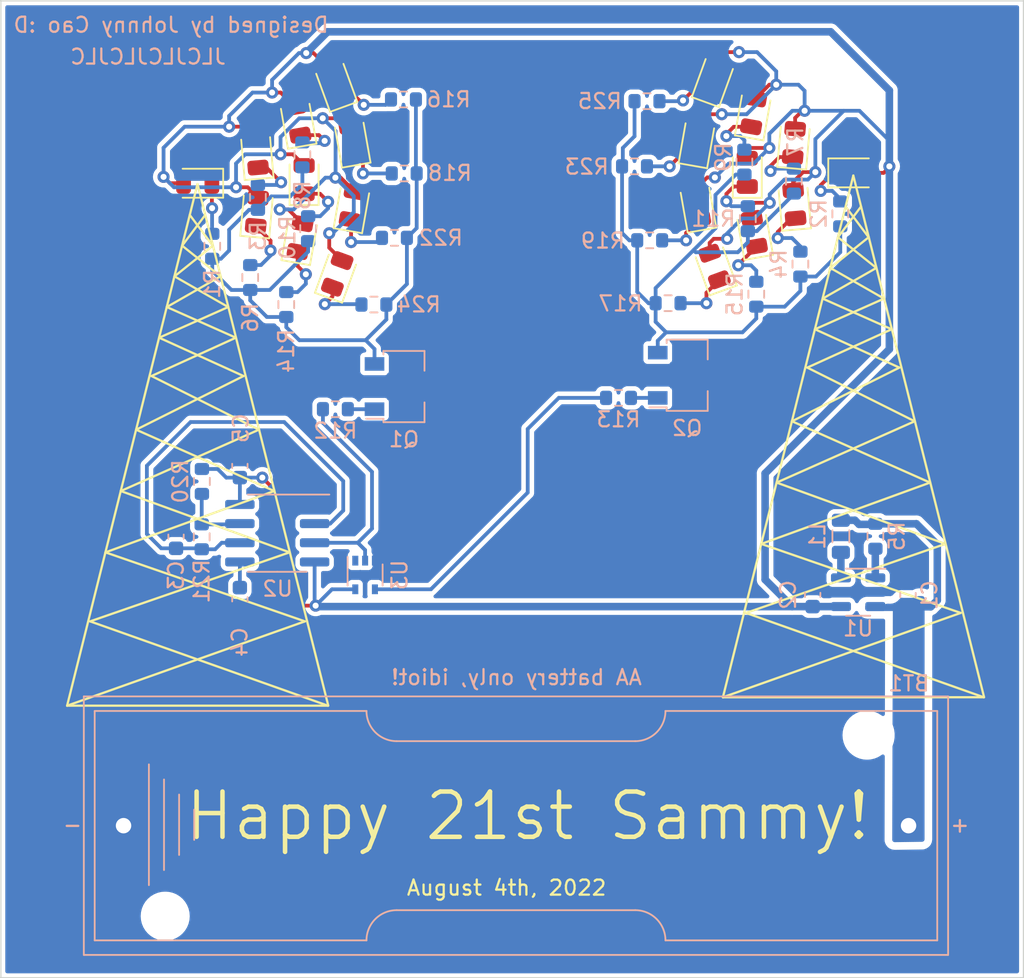
<source format=kicad_pcb>
(kicad_pcb (version 20211014) (generator pcbnew)
  (title_block (title "Sam Bday 21 PCB") (date "2022-07-30") (rev "v1") (company "J. Cao"))
  (layers (0 "F.Cu" signal) (31 "B.Cu" signal) (34 "B.Paste" user) (35 "F.Paste" user) (36 "B.SilkS" user "B.Silkscreen") (37 "F.SilkS" user "F.Silkscreen") (38 "B.Mask" user) (39 "F.Mask" user) (44 "Edge.Cuts" user))
  (net 0 "")
  (net 1 "GND")
  (net 2 "Net-(BT1-Pad1)")
  (net 3 "+5V")
  (net 4 "Net-(D1-Pad1)")
  (net 5 "Net-(D2-Pad1)")
  (net 6 "Net-(D3-Pad1)")
  (net 7 "Net-(D4-Pad1)")
  (net 8 "Net-(D5-Pad1)")
  (net 9 "Net-(D6-Pad1)")
  (net 10 "Net-(D7-Pad1)")
  (net 11 "Net-(D8-Pad1)")
  (net 12 "Net-(D9-Pad1)")
  (net 13 "Net-(D10-Pad1)")
  (net 14 "Net-(D11-Pad1)")
  (net 15 "Net-(D12-Pad1)")
  (net 16 "Net-(D13-Pad1)")
  (net 17 "Net-(D14-Pad1)")
  (net 18 "Net-(D15-Pad1)")
  (net 19 "Net-(D16-Pad1)")
  (net 20 "Net-(D17-Pad1)")
  (net 21 "Net-(D18-Pad1)")
  (net 22 "Net-(D19-Pad1)")
  (net 23 "Net-(D20-Pad1)")
  (net 24 "Net-(Q1-Pad1)")
  (net 25 "Net-(Q1-Pad3)")
  (net 26 "Net-(Q2-Pad1)")
  (net 27 "Net-(Q2-Pad3)")
  (net 28 "LED_L")
  (net 29 "LED_R")
  (net 30 "/THR")
  (net 31 "/CV")
  (net 32 "/LX")
  (net 33 "/CE")
  (net 34 "/DIS")
  (footprint "LED_SMD:LED_0805_2012Metric" (layer "F.Cu") (at 122.188505 65.383443 100)
    (fp_text reference "D7" hide)
    (fp_text value "QBLP631-IW")
  )
  (footprint "LED_SMD:LED_0805_2012Metric" (layer "F.Cu") (at 155.0439 66.8274 85)
    (fp_text reference "D6" hide)
    (fp_text value "QBLP631-IW")
  )
  (footprint "LED_SMD:LED_0805_2012Metric" (layer "F.Cu") (at 151.954656 68.775162 90)
    (fp_text reference "D10" hide)
    (fp_text value "QBLP631-IW")
  )
  (footprint "LED_SMD:LED_0805_2012Metric" (layer "F.Cu") (at 152.422251 72.748719 100)
    (fp_text reference "D12" hide)
    (fp_text value "QBLP631-IW")
  )
  (footprint "LED_SMD:LED_0805_2012Metric" (layer "F.Cu") (at 149.7861 75.015524 110)
    (fp_text reference "D14" hide)
    (fp_text value "QBLP631-IW")
  )
  (footprint "LED_SMD:LED_0805_2012Metric" (layer "F.Cu") (at 148.642261 66.675819 80)
    (fp_text reference "D18" hide)
    (fp_text value "QBLP631-IW")
  )
  (footprint "LED_SMD:LED_0805_2012Metric" (layer "F.Cu") (at 125.7935 70.9803 80)
    (fp_text reference "D17" hide)
    (fp_text value "QBLP631-IW")
  )
  (footprint "LED_SMD:LED_0805_2012Metric" (layer "F.Cu") (at 152.371451 64.831605 80)
    (fp_text reference "D8" hide)
    (fp_text value "QBLP631-IW")
  )
  (footprint "LED_SMD:LED_0805_2012Metric" (layer "F.Cu") (at 122.6053 69.2554 90)
    (fp_text reference "D9" hide)
    (fp_text value "QBLP631-IW")
  )
  (footprint "LED_SMD:LED_0805_2012Metric" (layer "F.Cu") (at 124.6505 62.8523 110)
    (fp_text reference "D13" hide)
    (fp_text value "QBLP631-IW")
  )
  (footprint "LED_SMD:LED_0805_2012Metric" (layer "F.Cu") (at 119.4811 71.3867 85)
    (fp_text reference "D5" hide)
    (fp_text value "QBLP631-IW")
  )
  (footprint "LED_SMD:LED_0805_2012Metric" (layer "F.Cu") (at 115.5596 69.4949 180)
    (fp_text reference "D1" hide)
    (fp_text value "EAST2012RA2")
  )
  (footprint "LED_SMD:LED_0805_2012Metric" (layer "F.Cu") (at 124.799256 75.5015 70)
    (fp_text reference "D19" hide)
    (fp_text value "QBLP631-IW")
  )
  (footprint "LED_SMD:LED_0805_2012Metric" (layer "F.Cu") (at 125.7681 66.6369 100)
    (fp_text reference "D15" hide)
    (fp_text value "QBLP631-IW")
  )
  (footprint "LED_SMD:LED_0805_2012Metric" (layer "F.Cu") (at 155.074809 70.885533 95)
    (fp_text reference "D4" hide)
    (fp_text value "QBLP631-IW")
  )
  (footprint "LED_SMD:LED_0805_2012Metric" (layer "F.Cu") (at 122.340905 73.097357 80)
    (fp_text reference "D11" hide)
    (fp_text value "QBLP631-IW")
  )
  (footprint "LED_SMD:LED_0805_2012Metric" (layer "F.Cu") (at 119.4811 67.5236 95)
    (fp_text reference "D3" hide)
    (fp_text value "QBLP631-IW")
  )
  (footprint "LED_SMD:LED_0805_2012Metric" (layer "F.Cu") (at 159.004 68.8086)
    (fp_text reference "D2" hide)
    (fp_text value "EAST2012RA2")
  )
  (footprint "LED_SMD:LED_0805_2012Metric" (layer "F.Cu") (at 148.663051 70.943019 100)
    (fp_text reference "D16" hide)
    (fp_text value "QBLP631-IW")
  )
  (footprint "LED_SMD:LED_0805_2012Metric" (layer "F.Cu") (at 149.7607 62.5348 70)
    (fp_text reference "D20" hide)
    (fp_text value "QBLP631-IW")
  )
  (footprint "Resistor_SMD:R_0603_1608Metric" (layer "B.Cu") (at 146.7104 77.4446 180)
    (fp_text reference "R17")
    (fp_text value "330R")
  )
  (footprint "Resistor_SMD:R_0603_1608Metric" (layer "B.Cu") (at 115.8364 89.2556 -90)
    (fp_text reference "R20")
    (fp_text value "1k")
  )
  (footprint "Inductor_SMD:L_0805_2012Metric" (layer "B.Cu") (at 158.154387 92.891219 -90)
    (fp_text reference "L1")
    (fp_text value "4.7u")
  )
  (footprint "Resistor_SMD:R_0603_1608Metric" (layer "B.Cu") (at 152.5524 76.8482 -90)
    (fp_text reference "R15")
    (fp_text value "330R")
  )
  (footprint "Package_TO_SOT_SMD:SOT-89-3" (layer "B.Cu") (at 147.6756 82.2198)
    (fp_text reference "Q2")
    (fp_text value "RE1C002UN")
  )
  (footprint "Resistor_SMD:R_0603_1608Metric" (layer "B.Cu") (at 151.9936 71.8434 -90)
    (fp_text reference "R11")
    (fp_text value "330R")
  )
  (footprint "Resistor_SMD:R_0603_1608Metric" (layer "B.Cu") (at 121.4247 77.5335 -90)
    (fp_text reference "R14")
    (fp_text value "330R")
  )
  (footprint "Resistor_SMD:R_0603_1608Metric" (layer "B.Cu") (at 145.4912 73.279 180)
    (fp_text reference "R19")
    (fp_text value "330R")
  )
  (footprint "Resistor_SMD:R_0603_1608Metric" (layer "B.Cu") (at 122.8725 72.5043 -90)
    (fp_text reference "R10")
    (fp_text value "330R")
  )
  (footprint "Capacitor_SMD:C_0603_1608Metric" (layer "B.Cu") (at 156.2862 96.774 90)
    (fp_text reference "C2")
    (fp_text value "10u")
  )
  (footprint "Capacitor_SMD:C_0603_1608Metric" (layer "B.Cu") (at 118.351 97.0664 -90)
    (fp_text reference "C4")
    (fp_text value "10u")
  )
  (footprint "Resistor_SMD:R_0603_1608Metric" (layer "B.Cu") (at 124.6759 84.4677)
    (fp_text reference "R12")
    (fp_text value "100")
  )
  (footprint "Capacitor_SMD:C_0603_1608Metric" (layer "B.Cu") (at 114.1222 92.9134 90)
    (fp_text reference "C3")
    (fp_text value "10u")
  )
  (footprint "Capacitor_SMD:C_0603_1608Metric" (layer "B.Cu") (at 118.351 88.2266 90)
    (fp_text reference "C5")
    (fp_text value "10u")
  )
  (footprint "Resistor_SMD:R_0603_1608Metric" (layer "B.Cu") (at 143.4276 83.7184)
    (fp_text reference "R13")
    (fp_text value "100R")
  )
  (footprint "Capacitor_SMD:C_0603_1608Metric" (layer "B.Cu") (at 162.599387 96.786119 90)
    (fp_text reference "C1")
    (fp_text value "10u")
  )
  (footprint "Resistor_SMD:R_0603_1608Metric" (layer "B.Cu") (at 119.0371 75.7423 -90)
    (fp_text reference "R6")
    (fp_text value "330R")
  )
  (footprint "Resistor_SMD:R_0603_1608Metric" (layer "B.Cu") (at 127.2281 77.5335)
    (fp_text reference "R24")
    (fp_text value "330R")
  )
  (footprint "Resistor_SMD:R_0603_1608Metric" (layer "B.Cu") (at 128.5875 73.1139)
    (fp_text reference "R22")
    (fp_text value "330R")
  )
  (footprint "Package_TO_SOT_SMD:SOT-353_SC-70-5" (layer "B.Cu") (at 126.6444 95.4532 -90)
    (fp_text reference "U3")
    (fp_text value "74AHC1GU04")
  )
  (footprint "Resistor_SMD:R_0603_1608Metric" (layer "B.Cu") (at 155.4734 74.8538 -90)
    (fp_text reference "R4")
    (fp_text value "330R")
  )
  (footprint "Resistor_SMD:R_0603_1608Metric" (layer "B.Cu") (at 119.5451 70.4337 -90)
    (fp_text reference "R3")
    (fp_text value "330R")
  )
  (footprint "Resistor_SMD:R_0603_1608Metric" (layer "B.Cu") (at 115.824 92.9264 -90)
    (fp_text reference "R21")
    (fp_text value "100k")
  )
  (footprint "Resistor_SMD:R_0603_1608Metric" (layer "B.Cu") (at 155.0416 69.3552 -90)
    (fp_text reference "R7")
    (fp_text value "330R")
  )
  (footprint "Resistor_SMD:R_0603_1608Metric" (layer "B.Cu") (at 160.440387 92.886919 -90)
    (fp_text reference "R5")
    (fp_text value "10k")
  )
  (footprint "Package_TO_SOT_SMD:SOT-89-3" (layer "B.Cu") (at 128.9177 82.9691)
    (fp_text reference "Q1")
    (fp_text value "RE1C002UN")
  )
  (footprint "Resistor_SMD:R_0603_1608Metric" (layer "B.Cu") (at 122.4915 67.6143 -90)
    (fp_text reference "R8")
    (fp_text value "330R")
  )
  (footprint "Resistor_SMD:R_0603_1608Metric" (layer "B.Cu") (at 129.1849 63.9445)
    (fp_text reference "R16")
    (fp_text value "330R")
  )
  (footprint "Resistor_SMD:R_0603_1608Metric" (layer "B.Cu") (at 158.115 71.5264 -90)
    (fp_text reference "R2")
    (fp_text value "600R")
  )
  (footprint "Battery:BatteryHolder_Keystone_2460_1xAA" (layer "B.Cu") (at 162.6362 112.0648 180)
    (fp_text reference "BT1")
    (fp_text value "Battery_Cell")
  )
  (footprint "Resistor_SMD:R_0603_1608Metric" (layer "B.Cu") (at 151.765 68.0974 -90)
    (fp_text reference "R9")
    (fp_text value "330R")
  )
  (footprint "Resistor_SMD:R_0603_1608Metric" (layer "B.Cu") (at 145.3134 64.0588 180)
    (fp_text reference "R25")
    (fp_text value "330R")
  )
  (footprint "Resistor_SMD:R_0603_1608Metric" (layer "B.Cu") (at 129.2357 68.8467)
    (fp_text reference "R18")
    (fp_text value "330R")
  )
  (footprint "Resistor_SMD:R_0603_1608Metric" (layer "B.Cu") (at 144.4874 68.3768 180)
    (fp_text reference "R23")
    (fp_text value "330R")
  )
  (footprint "Resistor_SMD:R_0603_1608Metric" (layer "B.Cu") (at 116.5225 73.6727 -90)
    (fp_text reference "R1")
    (fp_text value "600R")
  )
  (footprint "Package_SO:SOIC-8_3.9x4.9mm_P1.27mm" (layer "B.Cu") (at 120.826 92.6846 180)
    (fp_text reference "U2")
    (fp_text value "NE555D")
  )
  (footprint "Package_TO_SOT_SMD:SOT-23-5" (layer "B.Cu") (at 159.297387 96.595319 180)
    (fp_text reference "U1")
    (fp_text value "XC9141B50CMR-G")
  )
  (gr_line (start 120.6246 89.8906) (end 109.4486 93.9546) (layer "F.SilkS") (width 0.15))
  (gr_line (start 118.5926 82.2706) (end 111.4806 85.8266) (layer "F.SilkS") (width 0.15))
  (gr_line (start 115.0366 71.6026) (end 116.5606 73.6346) (layer "F.SilkS") (width 0.15))
  (gr_line (start 161.5186 79.1718) (end 156.9466 77.1398) (layer "F.SilkS") (width 0.15))
  (gr_line (start 109.4486 93.9546) (end 122.6566 98.5266) (layer "F.SilkS") (width 0.15))
  (gr_line (start 111.4806 85.8266) (end 120.6246 89.8906) (layer "F.SilkS") (width 0.15))
  (gr_line (start 153.8986 89.3318) (end 163.0426 85.2678) (layer "F.SilkS") (width 0.15))
  (gr_line (start 114.0206 75.6666) (end 116.5606 73.6346) (layer "F.SilkS") (width 0.15))
  (gr_line (start 165.0746 93.3958) (end 153.8986 89.3318) (layer "F.SilkS") (width 0.15))
  (gr_line (start 152.8826 93.3958) (end 166.0906 97.9678) (layer "F.SilkS") (width 0.15))
  (gr_line (start 156.4386 79.1718) (end 162.0266 81.7118) (layer "F.SilkS") (width 0.15))
  (gr_line (start 158.4706 71.0438) (end 159.9946 73.0758) (layer "F.SilkS") (width 0.15))
  (gr_line (start 166.0906 97.9678) (end 150.3426 103.5558) (layer "F.SilkS") (width 0.15))
  (gr_line (start 151.8666 97.9678) (end 165.0746 93.3958) (layer "F.SilkS") (width 0.15))
  (gr_line (start 150.3426 103.5558) (end 167.6146 103.5558) (layer "F.SilkS") (width 0.15))
  (gr_line (start 117.0686 75.6666) (end 114.5286 73.6346) (layer "F.SilkS") (width 0.15))
  (gr_line (start 114.0206 75.6666) (end 117.5766 77.6986) (layer "F.SilkS") (width 0.15))
  (gr_line (start 118.0846 79.7306) (end 113.5126 77.6986) (layer "F.SilkS") (width 0.15))
  (gr_line (start 162.0266 81.7118) (end 154.9146 85.2678) (layer "F.SilkS") (width 0.15))
  (gr_line (start 156.9466 77.1398) (end 160.5026 75.1078) (layer "F.SilkS") (width 0.15))
  (gr_line (start 121.6406 93.9546) (end 110.4646 89.8906) (layer "F.SilkS") (width 0.15))
  (gr_line (start 154.9146 85.2678) (end 164.0586 89.3318) (layer "F.SilkS") (width 0.15))
  (gr_line (start 157.4546 75.1078) (end 159.9946 73.0758) (layer "F.SilkS") (width 0.15))
  (gr_line (start 113.5126 77.6986) (end 117.0686 75.6666) (layer "F.SilkS") (width 0.15))
  (gr_line (start 110.4646 89.8906) (end 119.6086 85.8266) (layer "F.SilkS") (width 0.15))
  (gr_line (start 124.1806 104.1146) (end 108.4326 98.5266) (layer "F.SilkS") (width 0.15))
  (gr_line (start 161.0106 77.1398) (end 156.4386 79.1718) (layer "F.SilkS") (width 0.15))
  (gr_line (start 167.6146 103.5558) (end 151.8666 97.9678) (layer "F.SilkS") (width 0.15))
  (gr_line (start 106.9086 104.1146) (end 124.1806 104.1146) (layer "F.SilkS") (width 0.15))
  (gr_line (start 167.64 103.5558) (end 158.9786 68.9864) (layer "F.SilkS") (width 0.15))
  (gr_line (start 114.5286 73.6346) (end 116.0526 71.6026) (layer "F.SilkS") (width 0.15))
  (gr_line (start 115.5446 69.5452) (end 106.9086 104.1146) (layer "F.SilkS") (width 0.15))
  (gr_line (start 157.4546 75.1078) (end 161.0106 77.1398) (layer "F.SilkS") (width 0.15))
  (gr_line (start 163.0426 85.2678) (end 155.9306 81.7118) (layer "F.SilkS") (width 0.15))
  (gr_line (start 119.6086 85.8266) (end 112.4966 82.2706) (layer "F.SilkS") (width 0.15))
  (gr_line (start 164.0586 89.3318) (end 152.8826 93.3958) (layer "F.SilkS") (width 0.15))
  (gr_line (start 113.0046 79.7306) (end 118.5926 82.2706) (layer "F.SilkS") (width 0.15))
  (gr_line (start 160.5026 75.1078) (end 157.9626 73.0758) (layer "F.SilkS") (width 0.15))
  (gr_line (start 117.5766 77.6986) (end 113.0046 79.7306) (layer "F.SilkS") (width 0.15))
  (gr_line (start 124.206 104.1146) (end 115.5446 69.5452) (layer "F.SilkS") (width 0.15))
  (gr_line (start 122.6566 98.5266) (end 106.9086 104.1146) (layer "F.SilkS") (width 0.15))
  (gr_line (start 108.4326 98.5266) (end 121.6406 93.9546) (layer "F.SilkS") (width 0.15))
  (gr_line (start 155.9306 81.7118) (end 161.5186 79.1718) (layer "F.SilkS") (width 0.15))
  (gr_line (start 158.9786 68.9864) (end 150.3426 103.5558) (layer "F.SilkS") (width 0.15))
  (gr_line (start 157.9626 73.0758) (end 159.4866 71.0438) (layer "F.SilkS") (width 0.15))
  (gr_line (start 112.4966 82.2706) (end 118.0846 79.7306) (layer "F.SilkS") (width 0.15))
  (gr_rect (start 102.5144 57.404) (end 170.2562 122.1486) (layer "Edge.Cuts") (width 0.1) (fill none))
  (gr_text "AA battery only, idiot!" (at 136.6774 102.235) (layer "B.SilkS") (effects (font (size 1 1)) (justify mirror)))
  (gr_text "Designed by Johnny Cao :D" (at 113.792 59.0042) (layer "B.SilkS") (effects (font (size 1 1)) (justify mirror)))
  (gr_text "JLCJLCJLCJLC" (at 112.268 61.1124) (layer "B.SilkS") (effects (font (size 1 1)) (justify mirror)))
  (gr_text "August 4th, 2022" (at 136.017 116.1796) (layer "F.SilkS") (effects (font (size 1 1))))
  (gr_text "Happy 21st Sammy!" (at 137.414 111.4298) (layer "F.SilkS") (effects (font (size 3 3) (thickness 0.3))))
  (segment (start 162.599387 96.011119) (end 162.002081 96.011119) (width 0.5) (layer "B.Cu") (net 1))
  (segment (start 161.417881 96.595319) (end 160.434887 96.595319) (width 0.5) (layer "B.Cu") (net 1))
  (segment (start 162.002081 96.011119) (end 161.417881 96.595319) (width 0.5) (layer "B.Cu") (net 1))
  (segment (start 158.154387 91.828719) (end 159.087919 91.828719) (width 0.5) (layer "B.Cu") (net 2))
  (segment (start 163.156519 92.061919) (end 160.440387 92.061919) (width 0.5) (layer "B.Cu") (net 2))
  (segment (start 164.109681 97.561119) (end 164.5412 97.1296) (width 0.5) (layer "B.Cu") (net 2))
  (segment (start 164.5412 97.1296) (end 164.5412 93.4466) (width 0.5) (layer "B.Cu") (net 2))
  (segment (start 164.5412 93.4466) (end 163.156519 92.061919) (width 0.5) (layer "B.Cu") (net 2))
  (segment (start 159.3596 92.1004) (end 160.401906 92.1004) (width 0.5) (layer "B.Cu") (net 2))
  (segment (start 162.599387 97.561119) (end 164.109681 97.561119) (width 0.5) (layer "B.Cu") (net 2))
  (segment (start 159.087919 91.828719) (end 159.3596 92.1004) (width 0.5) (layer "B.Cu") (net 2))
  (segment (start 123.8377 65.1891) (end 125.080762 65.1891) (width 0.25) (layer "F.Cu") (net 3))
  (segment (start 150.2664 64.9224) (end 149.479 64.9224) (width 0.25) (layer "F.Cu") (net 3))
  (segment (start 120.4849 63.4873) (end 121.052824 63.4873) (width 0.25) (layer "F.Cu") (net 3))
  (segment (start 124.2695 72.8091) (end 124.2695 73.770138) (width 0.25) (layer "F.Cu") (net 3))
  (segment (start 149.3012 69.1134) (end 148.500256 69.914344) (width 0.25) (layer "F.Cu") (net 3))
  (segment (start 124.2695 73.770138) (end 125.1199 74.620538) (width 0.25) (layer "F.Cu") (net 3))
  (segment (start 118.557624 65.7479) (end 119.399391 66.589667) (width 0.25) (layer "F.Cu") (net 3))
  (segment (start 120.9929 71.2343) (end 121.5639 71.2343) (width 0.25) (layer "F.Cu") (net 3))
  (segment (start 152.146 67.1576) (end 153.416 67.1576) (width 0.25) (layer "F.Cu") (net 3))
  (segment (start 117.6401 65.7479) (end 118.557624 65.7479) (width 0.25) (layer "F.Cu") (net 3))
  (segment (start 150.622 73.1774) (end 149.733 73.1774) (width 0.25) (layer "F.Cu") (net 3))
  (segment (start 121.9454 97.4852) (end 123.3678 97.4852) (width 0.25) (layer "F.Cu") (net 3))
  (segment (start 149.733 73.1774) (end 149.465456 73.444944) (width 0.25) (layer "F.Cu") (net 3))
  (segment (start 149.479 64.9224) (end 148.805056 65.596344) (width 0.25) (layer "F.Cu") (net 3))
  (segment (start 122.7455 60.8711) (end 123.229618 60.8711) (width 0.25) (layer "F.Cu") (net 3))
  (segment (start 120.8786 90.043) (end 120.8786 96.4184) (width 0.25) (layer "F.Cu") (net 3))
  (segment (start 152.4508 70.7898) (end 152.259456 70.981144) (width 0.25) (layer "F.Cu") (net 3))
  (segment (start 121.5639 71.2343) (end 122.5037 72.1741) (width 0.25) (layer "F.Cu") (net 3))
  (segment (start 161.3662 68.4276) (end 160.9852 68.8086) (width 0.25) (layer "F.Cu") (net 3))
  (segment (start 153.416 62.9666) (end 152.534246 63.848354) (width 0.25) (layer "F.Cu") (net 3))
  (segment (start 124.6759 69.1261) (end 125.025352 69.1261) (width 0.25) (layer "F.Cu") (net 3))
  (segment (start 160.9852 68.8086) (end 159.9415 68.8086) (width 0.25) (layer "F.Cu") (net 3))
  (segment (start 151.4094 60.8076) (end 150.6728 60.8076) (width 0.25) (layer "F.Cu") (net 3))
  (segment (start 120.8786 96.4184) (end 121.9454 97.4852) (width 0.25) (layer "F.Cu") (net 3))
  (segment (start 149.465456 73.444944) (end 149.465456 74.134562) (width 0.25) (layer "F.Cu") (net 3))
  (segment (start 153.4414 70.7898) (end 152.4508 70.7898) (width 0.25) (layer "F.Cu") (net 3))
  (segment (start 113.2967 69.0753) (end 113.7163 69.4949) (width 0.25) (layer "F.Cu") (net 3))
  (segment (start 155.7528 64.6938) (end 155.6004 64.6938) (width 0.25) (layer "F.Cu") (net 3))
  (segment (start 150.6728 60.8076) (end 150.081344 61.399056) (width 0.25) (layer "F.Cu") (net 3))
  (segment (start 156.464 68.7578) (end 155.6512 68.7578) (width 0.25) (layer "F.Cu") (net 3))
  (segment (start 125.025352 69.1261) (end 125.956295 70.057043) (width 0.25) (layer "F.Cu") (net 3))
  (segment (start 118.0973 69.7611) (end 118.871142 69.7611) (width 0.25) (layer "F.Cu") (net 3))
  (segment (start 153.8732 62.9666) (end 153.416 62.9666) (width 0.25) (layer "F.Cu") (net 3))
  (segment (start 149.8092 69.1134) (end 149.3012 69.1134) (width 0.25) (layer "F.Cu") (net 3))
  (segment (start 118.871142 69.7611) (end 119.562809 70.452767) (width 0.25) (layer "F.Cu") (net 3))
  (segment (start 155.125609 65.168591) (end 155.125609 65.893467) (width 0.25) (layer "F.Cu") (net 3))
  (segment (start 151.954656 67.837662) (end 151.954656 67.348944) (width 0.25) (layer "F.Cu") (net 3))
  (segment (start 154.9931 69.4159) (end 154.9931 69.9516) (width 0.25) (layer "F.Cu") (net 3))
  (segment (start 121.0437 67.5767) (end 121.8641 67.5767) (width 0.25) (layer "F.Cu") (net 3))
  (segment (start 123.229618 60.8711) (end 124.329856 61.971338) (width 0.25) (layer "F.Cu") (net 3))
  (segment (start 119.8372 89.0016) (end 120.8786 90.043) (width 0.25) (layer "F.Cu") (net 3))
  (segment (start 113.7163 69.4949) (end 114.6221 69.4949) (width 0.25) (layer "F.Cu") (net 3))
  (segment (start 152.259456 70.981144) (end 152.259456 71.825462) (width 0.25) (layer "F.Cu") (net 3))
  (segment (start 151.954656 67.348944) (end 152.146 67.1576) (width 0.25) (layer "F.Cu") (net 3))
  (segment (start 121.8641 67.5767) (end 122.6053 68.3179) (width 0.25) (layer "F.Cu") (net 3))
  (segment (start 155.6004 64.6938) (end 155.125609 65.168591) (width 0.25) (layer "F.Cu") (net 3))
  (segment (start 125.080762 65.1891) (end 125.605305 65.713643) (width 0.25) (layer "F.Cu") (net 3))
  (segment (start 155.6512 68.7578) (end 154.9931 69.4159) (width 0.25) (layer "F.Cu") (net 3))
  (segment (start 121.052824 63.4873) (end 122.02571 64.460186) (width 0.25) (layer "F.Cu") (net 3))
  (via (at 119.8372 89.0016) (size 0.8) (drill 0.4) (layers "F.Cu" "B.Cu") (net 3))
  (via (at 120.4849 63.4873) (size 0.8) (drill 0.4) (layers "F.Cu" "B.Cu") (net 3))
  (via (at 156.464 68.7578) (size 0.8) (drill 0.4) (layers "F.Cu" "B.Cu") (net 3))
  (via (at 124.6759 69.1261) (size 0.8) (drill 0.4) (layers "F.Cu" "B.Cu") (net 3))
  (via (at 124.2695 72.8091) (size 0.8) (drill 0.4) (layers "F.Cu" "B.Cu") (net 3))
  (via (at 123.8377 65.1891) (size 0.8) (drill 0.4) (layers "F.Cu" "B.Cu") (net 3))
  (via (at 118.0973 69.7611) (size 0.8) (drill 0.4) (layers "F.Cu" "B.Cu") (net 3))
  (via (at 149.8092 69.1134) (size 0.8) (drill 0.4) (layers "F.Cu" "B.Cu") (net 3))
  (via (at 161.3662 68.3768) (size 0.8) (drill 0.4) (layers "F.Cu" "B.Cu") (net 3))
  (via (at 151.4094 60.8076) (size 0.8) (drill 0.4) (layers "F.Cu" "B.Cu") (net 3))
  (via (at 150.622 73.1774) (size 0.8) (drill 0.4) (layers "F.Cu" "B.Cu") (net 3))
  (via (at 153.4414 70.7898) (size 0.8) (drill 0.4) (layers "F.Cu" "B.Cu") (net 3))
  (via (at 122.7455 60.8711) (size 0.8) (drill 0.4) (layers "F.Cu" "B.Cu") (net 3))
  (via (at 155.7528 64.6938) (size 0.8) (drill 0.4) (layers "F.Cu" "B.Cu") (net 3))
  (via (at 150.2664 64.9224) (size 0.8) (drill 0.4) (layers "F.Cu" "B.Cu") (net 3))
  (via (at 120.9929 71.2343) (size 0.8) (drill 0.4) (layers "F.Cu" "B.Cu") (net 3))
  (via (at 153.416 67.1576) (size 0.8) (drill 0.4) (layers "F.Cu" "B.Cu") (net 3))
  (via (at 123.3678 97.4852) (size 0.8) (drill 0.4) (layers "F.Cu" "B.Cu") (net 3))
  (via (at 121.0437 67.5767) (size 0.8) (drill 0.4) (layers "F.Cu" "B.Cu") (net 3))
  (via (at 117.6401 65.7479) (size 0.8) (drill 0.4) (layers "F.Cu" "B.Cu") (net 3))
  (via (at 153.8732 62.9666) (size 0.8) (drill 0.4) (layers "F.Cu" "B.Cu") (net 3))
  (via (at 113.2967 69.0753) (size 0.8) (drill 0.4) (layers "F.Cu" "B.Cu") (net 3))
  (segment (start 159.385 64.6938) (end 161.3662 66.675) (width 0.25) (layer "B.Cu") (net 3))
  (segment (start 122.2629 60.8711) (end 122.7455 60.8711) (width 0.25) (layer "B.Cu") (net 3))
  (segment (start 123.4316 97.549) (end 123.3678 97.4852) (width 0.5) (layer "B.Cu") (net 3))
  (segment (start 151.4094 60.8076) (end 152.6032 60.8076) (width 0.25) (layer "B.Cu") (net 3))
  (segment (start 151.614017 71.8312) (end 152.4 71.8312) (width 0.25) (layer "B.Cu") (net 3))
  (segment (start 124.6759 69.1261) (end 125.8951 70.3453) (width 0.25) (layer "B.Cu") (net 3))
  (segment (start 153.8732 62.9666) (end 155.3464 62.9666) (width 0.25) (layer "B.Cu") (net 3))
  (segment (start 123.8377 65.1891) (end 124.689211 66.040611) (width 0.25) (layer "B.Cu") (net 3))
  (segment (start 155.96708 69.25472) (end 154.41768 69.25472) (width 0.25) (layer "B.Cu") (net 3))
  (segment (start 118.351 89.0016) (end 118.351 90.7796) (width 0.25) (layer "B.Cu") (net 3))
  (segment (start 121.0437 66.4337) (end 121.0437 67.5767) (width 0.25) (layer "B.Cu") (net 3))
  (segment (start 156.2862 97.549) (end 158.156206 97.549) (width 0.5) (layer "B.Cu") (net 3))
  (segment (start 153.8732 62.0776) (end 153.8732 62.9666) (width 0.25) (layer "B.Cu") (net 3))
  (segment (start 156.464 66.5734) (end 156.464 68.7578) (width 0.25) (layer "B.Cu") (net 3))
  (segment (start 152.4 71.8312) (end 153.4414 70.7898) (width 0.25) (layer "B.Cu") (net 3))
  (segment (start 117.6401 65.0367) (end 119.1895 63.4873) (width 0.25) (layer "B.Cu") (net 3))
  (segment (start 113.9825 69.7611) (end 113.2967 69.0753) (width 0.25) (layer "B.Cu") (net 3))
  (segment (start 153.416 66.2178) (end 153.416 67.1576) (width 0.25) (layer "B.Cu") (net 3))
  (segment (start 123.4316 97.549) (end 156.2862 97.549) (width 0.5) (layer "B.Cu") (net 3))
  (segment (start 152.37572 68.19788) (end 150.72472 68.19788) (width 0.25) (layer "B.Cu") (net 3))
  (segment (start 161.3662 80.4926) (end 153.1366 88.7222) (width 0.5) (layer "B.Cu") (net 3))
  (segment (start 120.4849 63.4873) (end 120.4849 62.6491) (width 0.25) (layer "B.Cu") (net 3))
  (segment (start 113.2967 67.1449) (end 114.6937 65.7479) (width 0.25) (layer "B.Cu") (net 3))
  (segment (start 118.0973 69.7611) (end 113.9825 69.7611) (width 0.25) (layer "B.Cu") (net 3))
  (segment (start 155.7528 64.6938) (end 158.3436 64.6938) (width 0.25) (layer "B.Cu") (net 3))
  (segment (start 118.0973 68.1863) (end 118.0973 69.7611) (width 0.25) (layer "B.Cu") (net 3))
  (segment (start 124.1552 59.4614) (end 122.7455 60.8711) (width 0.5) (layer "B.Cu") (net 3))
  (segment (start 121.9073 71.2343) (end 120.9929 71.2343) (width 0.25) (layer "B.Cu") (net 3))
  (segment (start 150.622 73.1774) (end 150.622 72.823217) (width 0.25) (layer "B.Cu") (net 3))
  (segment (start 118.7069 67.5767) (end 118.0973 68.1863) (width 0.25) (layer "B.Cu") (net 3))
  (segment (start 124.4498 96.4032) (end 123.3678 97.4852) (width 0.25) (layer "B.Cu") (net 3))
  (segment (start 156.464 68.7578) (end 155.96708 69.25472) (width 0.25) (layer "B.Cu") (net 3))
  (segment (start 118.351 89.0016) (end 119.8372 89.0016) (width 0.25) (layer "B.Cu") (net 3))
  (segment (start 117.4496 89.0016) (end 118.351 89.0016) (width 0.25) (layer "B.Cu") (net 3))
  (segment (start 153.1366 88.7222) (end 153.1366 95.758) (width 0.5) (layer "B.Cu") (net 3))
  (segment (start 117.6401 65.7479) (end 117.6401 65.0367) (width 0.25) (layer "B.Cu") (net 3))
  (segment (start 151.9174 64.9224) (end 150.2664 64.9224) (width 0.25) (layer "B.Cu") (net 3))
  (segment (start 158.3436 64.6938) (end 156.464 66.5734) (width 0.25) (layer "B.Cu") (net 3))
  (segment (start 153.4414 70.231) (end 153.4414 70.7898) (width 0.25) (layer "B.Cu") (net 3))
  (segment (start 125.8951 70.3453) (end 125.8951 71.4121) (width 0.25) (layer "B.Cu") (net 3))
  (segment (start 116.8786 88.4306) (end 117.4496 89.0016) (width 0.25) (layer "B.Cu") (net 3))
  (segment (start 121.0437 67.5767) (end 118.7069 67.5767) (width 0.25) (layer "B.Cu") (net 3))
  (segment (start 153.416 67.1576) (end 152.37572 68.19788) (width 0.25) (layer "B.Cu") (net 3))
  (segment (start 153.8732 62.9666) (end 151.9174 64.9224) (width 0.25) (layer "B.Cu") (net 3))
  (segment (start 124.4981 72.8091) (end 124.2695 72.8091) (width 0.25) (layer "B.Cu") (net 3))
  (segment (start 124.689211 69.112789) (end 124.6759 69.1261) (width 0.25) (layer "B.Cu") (net 3))
  (segment (start 154.41768 69.25472) (end 153.4414 70.231) (width 0.25) (layer "B.Cu") (net 3))
  (segment (start 124.6759 69.1261) (end 124.0155 69.1261) (width 0.25) (layer "B.Cu") (net 3))
  (segment (start 161.3662 68.3768) (end 161.3662 80.4926) (width 0.5) (layer "B.Cu") (net 3))
  (segment (start 152.6032 60.8076) (end 153.8732 62.0776) (width 0.25) (layer "B.Cu") (net 3))
  (segment (start 124.689211 66.040611) (end 124.689211 69.112789) (width 0.25) (layer "B.Cu") (net 3))
  (segment (start 155.7528 63.373) (end 155.7528 64.6938) (width 0.25) (layer "B.Cu") (net 3))
  (segment (start 123.301 94.5896) (end 123.301 97.4184) (width 0.25) (layer "B.Cu") (net 3))
  (segment (start 155.7528 64.6938) (end 154.94 64.6938) (width 0.25) (layer "B.Cu") (net 3))
  (segment (start 155.3464 62.9666) (end 155.7528 63.373) (width 0.25) (layer "B.Cu") (net 3))
  (segment (start 115.8364 88.4306) (end 116.8786 88.4306) (width 0.25) (layer "B.Cu") (net 3))
  (segment (start 120.4849 62.6491) (end 122.2629 60.8711) (width 0.25) (layer "B.Cu") (net 3))
  (segment (start 125.8951 71.4121) (end 124.4981 72.8091) (width 0.25) (layer "B.Cu") (net 3))
  (segment (start 161.3662 63.3476) (end 157.48 59.4614) (width 0.5) (layer "B.Cu") (net 3))
  (segment (start 150.622 72.823217) (end 151.614017 71.8312) (width 0.25) (layer "B.Cu") (net 3))
  (segment (start 125.9944 96.4032) (end 124.4498 96.4032) (width 0.25) (layer "B.Cu") (net 3))
  (segment (start 124.0155 69.1261) (end 121.9073 71.2343) (width 0.25) (layer "B.Cu") (net 3))
  (segment (start 113.2967 69.0753) (end 113.2967 67.1449) (width 0.25) (layer "B.Cu") (net 3))
  (segment (start 122.2883 65.1891) (end 121.0437 66.4337) (width 0.25) (layer "B.Cu") (net 3))
  (segment (start 154.94 64.6938) (end 153.416 66.2178) (width 0.25) (layer "B.Cu") (net 3))
  (segment (start 153.1366 95.758) (end 154.9276 97.549) (width 0.5) (layer "B.Cu") (net 3))
  (segment (start 161.3662 68.3768) (end 161.3662 63.3476) (width 0.5) (layer "B.Cu") (net 3))
  (segment (start 114.6937 65.7479) (end 117.6401 65.7479) (width 0.25) (layer "B.Cu") (net 3))
  (segment (start 123.8377 65.1891) (end 122.2883 65.1891) (width 0.25) (layer "B.Cu") (net 3))
  (segment (start 150.72472 68.19788) (end 149.8092 69.1134) (width 0.25) (layer "B.Cu") (net 3))
  (segment (start 119.1895 63.4873) (end 120.4849 63.4873) (width 0.25) (layer "B.Cu") (net 3))
  (segment (start 158.3436 64.6938) (end 159.385 64.6938) (width 0.25) (layer "B.Cu") (net 3))
  (segment (start 157.48 59.4614) (end 124.1552 59.4614) (width 0.5) (layer "B.Cu") (net 3))
  (segment (start 116.4971 71.1327) (end 116.5103 71.1459) (width 0.25) (layer "F.Cu") (net 4))
  (segment (start 116.4971 69.4949) (end 116.4971 71.1327) (width 0.25) (layer "F.Cu") (net 4))
  (via (at 116.5103 71.1459) (size 0.8) (drill 0.4) (layers "F.Cu" "B.Cu") (net 4))
  (segment (start 116.5103 71.1459) (end 116.5103 72.8355) (width 0.25) (layer "B.Cu") (net 4))
  (segment (start 157.6324 68.8086) (end 158.0665 68.8086) (width 0.25) (layer "F.Cu") (net 5))
  (segment (start 156.8196 69.6214) (end 157.6324 68.8086) (width 0.25) (layer "F.Cu") (net 5))
  (segment (start 156.8196 70.0024) (end 156.8196 69.6214) (width 0.25) (layer "F.Cu") (net 5))
  (via (at 156.8196 70.0024) (size 0.8) (drill 0.4) (layers "F.Cu" "B.Cu") (net 5))
  (segment (start 156.8196 70.0024) (end 157.5816 70.0024) (width 0.25) (layer "B.Cu") (net 5))
  (segment (start 157.5816 70.0024) (end 158.115 70.5358) (width 0.25) (layer "B.Cu") (net 5))
  (segment (start 121.0813 69.4309) (end 120.107933 68.457533) (width 0.25) (layer "F.Cu") (net 6))
  (via (at 121.0813 69.4309) (size 0.8) (drill 0.4) (layers "F.Cu" "B.Cu") (net 6))
  (segment (start 121.0813 69.4309) (end 121.0813 69.4695) (width 0.25) (layer "B.Cu") (net 6))
  (segment (start 121.0813 69.4695) (end 120.9421 69.6087) (width 0.25) (layer "B.Cu") (net 6))
  (segment (start 120.9421 69.6087) (end 119.5451 69.6087) (width 0.25) (layer "B.Cu") (net 6))
  (segment (start 153.9748 73.1266) (end 153.9748 72.7202) (width 0.25) (layer "F.Cu") (net 7))
  (segment (start 153.9748 72.7202) (end 154.875534 71.819466) (width 0.25) (layer "F.Cu") (net 7))
  (via (at 153.9748 73.1266) (size 0.8) (drill 0.4) (layers "F.Cu" "B.Cu") (net 7))
  (segment (start 155.4734 73.6854) (end 155.4734 74.0288) (width 0.25) (layer "B.Cu") (net 7))
  (segment (start 154.9146 73.1266) (end 155.4734 73.6854) (width 0.25) (layer "B.Cu") (net 7))
  (segment (start 153.9748 73.1266) (end 154.9146 73.1266) (width 0.25) (layer "B.Cu") (net 7))
  (segment (start 120.3833 73.304542) (end 119.399391 72.320633) (width 0.25) (layer "F.Cu") (net 8))
  (segment (start 120.3833 73.9521) (end 120.3833 73.304542) (width 0.25) (layer "F.Cu") (net 8))
  (via (at 120.3833 73.9521) (size 0.8) (drill 0.4) (layers "F.Cu" "B.Cu") (net 8))
  (segment (start 119.7483 74.9173) (end 119.0371 74.9173) (width 0.25) (layer "B.Cu") (net 8))
  (segment (start 120.3833 73.9521) (end 120.3833 74.2823) (width 0.25) (layer "B.Cu") (net 8))
  (segment (start 120.3833 74.2823) (end 119.7483 74.9173) (width 0.25) (layer "B.Cu") (net 8))
  (segment (start 153.4922 68.3514) (end 154.082267 67.761333) (width 0.25) (layer "F.Cu") (net 9))
  (segment (start 154.082267 67.761333) (end 154.962191 67.761333) (width 0.25) (layer "F.Cu") (net 9))
  (segment (start 153.4922 68.6816) (end 153.4922 68.3514) (width 0.25) (layer "F.Cu") (net 9))
  (via (at 153.4922 68.6816) (size 0.8) (drill 0.4) (layers "F.Cu" "B.Cu") (net 9))
  (segment (start 153.6436 68.5302) (end 153.4922 68.6816) (width 0.25) (layer "B.Cu") (net 9))
  (segment (start 155.0416 68.5302) (end 153.6436 68.5302) (width 0.25) (layer "B.Cu") (net 9))
  (segment (start 123.9647 66.6877) (end 123.5837 66.3067) (width 0.25) (layer "F.Cu") (net 10))
  (segment (start 123.5837 66.3067) (end 122.3513 66.3067) (width 0.25) (layer "F.Cu") (net 10))
  (via (at 123.9647 66.6877) (size 0.8) (drill 0.4) (layers "F.Cu" "B.Cu") (net 10))
  (segment (start 123.9647 66.6877) (end 123.8123 66.8401) (width 0.25) (layer "B.Cu") (net 10))
  (segment (start 123.8123 66.8401) (end 122.5423 66.8401) (width 0.25) (layer "B.Cu") (net 10))
  (segment (start 150.5712 66.3702) (end 150.5712 66.2432) (width 0.25) (layer "F.Cu") (net 11))
  (segment (start 150.5712 66.2432) (end 151.059538 65.754862) (width 0.25) (layer "F.Cu") (net 11))
  (segment (start 151.059538 65.754862) (end 152.208656 65.754862) (width 0.25) (layer "F.Cu") (net 11))
  (via (at 150.5712 66.3702) (size 0.8) (drill 0.4) (layers "F.Cu" "B.Cu") (net 11))
  (segment (start 151.765 66.6496) (end 151.765 67.2724) (width 0.25) (layer "B.Cu") (net 11))
  (segment (start 151.4856 66.3702) (end 151.765 66.6496) (width 0.25) (layer "B.Cu") (net 11))
  (segment (start 150.5712 66.3702) (end 151.4856 66.3702) (width 0.25) (layer "B.Cu") (net 11))
  (segment (start 124.1933 70.7263) (end 123.6599 70.1929) (width 0.25) (layer "F.Cu") (net 12))
  (segment (start 123.6599 70.1929) (end 122.6053 70.1929) (width 0.25) (layer "F.Cu") (net 12))
  (via (at 124.1933 70.7263) (size 0.8) (drill 0.4) (layers "F.Cu" "B.Cu") (net 12))
  (segment (start 124.1933 71.1581) (end 123.6721 71.6793) (width 0.25) (layer "B.Cu") (net 12))
  (segment (start 123.6721 71.6793) (end 122.8725 71.6793) (width 0.25) (layer "B.Cu") (net 12))
  (segment (start 124.1933 70.7263) (end 124.1933 71.1581) (width 0.25) (layer "B.Cu") (net 12))
  (segment (start 150.5712 70.6882) (end 150.5712 70.2056) (width 0.25) (layer "F.Cu") (net 13))
  (segment (start 151.064138 69.712662) (end 151.954656 69.712662) (width 0.25) (layer "F.Cu") (net 13))
  (segment (start 150.5712 70.2056) (end 151.064138 69.712662) (width 0.25) (layer "F.Cu") (net 13))
  (via (at 150.5712 70.6882) (size 0.8) (drill 0.4) (layers "F.Cu" "B.Cu") (net 13))
  (segment (start 150.5712 70.6882) (end 150.9014 71.0184) (width 0.25) (layer "B.Cu") (net 13))
  (segment (start 150.9014 71.0184) (end 151.9936 71.0184) (width 0.25) (layer "B.Cu") (net 13))
  (segment (start 122.7201 75.5269) (end 122.17811 74.98491) (width 0.25) (layer "F.Cu") (net 14))
  (segment (start 122.17811 74.98491) (end 122.17811 74.020614) (width 0.25) (layer "F.Cu") (net 14))
  (via (at 122.7201 75.5269) (size 0.8) (drill 0.4) (layers "F.Cu" "B.Cu") (net 14))
  (segment (start 122.7201 75.5269) (end 122.7201 76.1619) (width 0.25) (layer "B.Cu") (net 14))
  (segment (start 122.1735 76.7085) (end 121.4247 76.7085) (width 0.25) (layer "B.Cu") (net 14))
  (segment (start 122.7201 76.1619) (end 122.1735 76.7085) (width 0.25) (layer "B.Cu") (net 14))
  (segment (start 151.3586 74.898422) (end 152.585046 73.671976) (width 0.25) (layer "F.Cu") (net 15))
  (segment (start 151.3586 74.93) (end 151.3586 74.898422) (width 0.25) (layer "F.Cu") (net 15))
  (via (at 151.3586 74.93) (size 0.8) (drill 0.4) (layers "F.Cu" "B.Cu") (net 15))
  (segment (start 152.5524 76.0232) (end 152.5524 75.2856) (width 0.25) (layer "B.Cu") (net 15))
  (segment (start 152.1968 74.93) (end 151.3586 74.93) (width 0.25) (layer "B.Cu") (net 15))
  (segment (start 152.5524 75.2856) (end 152.1968 74.93) (width 0.25) (layer "B.Cu") (net 15))
  (segment (start 126.5555 64.3001) (end 125.988662 63.733262) (width 0.25) (layer "F.Cu") (net 16))
  (segment (start 125.988662 63.733262) (end 124.971144 63.733262) (width 0.25) (layer "F.Cu") (net 16))
  (via (at 126.5555 64.3001) (size 0.8) (drill 0.4) (layers "F.Cu" "B.Cu") (net 16))
  (segment (start 128.0043 64.3001) (end 128.3599 63.9445) (width 0.25) (layer "B.Cu") (net 16))
  (segment (start 126.5555 64.3001) (end 128.0043 64.3001) (width 0.25) (layer "B.Cu") (net 16))
  (segment (start 149.2504 76.75283) (end 150.106744 75.896486) (width 0.25) (layer "F.Cu") (net 17))
  (segment (start 149.2504 77.4446) (end 149.2504 76.75283) (width 0.25) (layer "F.Cu") (net 17))
  (via (at 149.2504 77.4446) (size 0.8) (drill 0.4) (layers "F.Cu" "B.Cu") (net 17))
  (segment (start 147.5354 77.4446) (end 149.2504 77.4446) (width 0.25) (layer "B.Cu") (net 17))
  (segment (start 126.5047 68.133962) (end 125.930895 67.560157) (width 0.25) (layer "F.Cu") (net 18))
  (segment (start 126.5047 68.8467) (end 126.5047 68.133962) (width 0.25) (layer "F.Cu") (net 18))
  (via (at 126.5047 68.8467) (size 0.8) (drill 0.4) (layers "F.Cu" "B.Cu") (net 18))
  (segment (start 126.5047 68.8467) (end 128.4107 68.8467) (width 0.25) (layer "B.Cu") (net 18))
  (segment (start 147.9042 72.787922) (end 148.825846 71.866276) (width 0.25) (layer "F.Cu") (net 19))
  (segment (start 147.9042 73.279) (end 147.9042 72.787922) (width 0.25) (layer "F.Cu") (net 19))
  (via (at 147.9042 73.279) (size 0.8) (drill 0.4) (layers "F.Cu" "B.Cu") (net 19))
  (segment (start 146.3162 73.279) (end 147.9042 73.279) (width 0.25) (layer "B.Cu") (net 19))
  (segment (start 125.7173 73.3933) (end 125.7173 71.990152) (width 0.25) (layer "F.Cu") (net 20))
  (via (at 125.7173 73.3933) (size 0.8) (drill 0.4) (layers "F.Cu" "B.Cu") (net 20))
  (segment (start 127.4831 73.3933) (end 127.7625 73.1139) (width 0.25) (layer "B.Cu") (net 20))
  (segment (start 125.7173 73.3933) (end 127.4831 73.3933) (width 0.25) (layer "B.Cu") (net 20))
  (segment (start 147.589724 67.599076) (end 148.479466 67.599076) (width 0.25) (layer "F.Cu") (net 21))
  (segment (start 146.812 68.3768) (end 147.589724 67.599076) (width 0.25) (layer "F.Cu") (net 21))
  (via (at 146.812 68.3768) (size 0.8) (drill 0.4) (layers "F.Cu" "B.Cu") (net 21))
  (segment (start 145.3124 68.3768) (end 146.812 68.3768) (width 0.25) (layer "B.Cu") (net 21))
  (segment (start 124.478612 76.382462) (end 124.478612 77.006388) (width 0.25) (layer "F.Cu") (net 22))
  (segment (start 124.478612 77.006388) (end 123.9769 77.5081) (width 0.25) (layer "F.Cu") (net 22))
  (via (at 123.9769 77.5081) (size 0.8) (drill 0.4) (layers "F.Cu" "B.Cu") (net 22))
  (segment (start 123.9769 77.5081) (end 126.3777 77.5081) (width 0.25) (layer "B.Cu") (net 22))
  (segment (start 147.701 64.008) (end 148.293238 63.415762) (width 0.25) (layer "F.Cu") (net 23))
  (segment (start 148.293238 63.415762) (end 149.440056 63.415762) (width 0.25) (layer "F.Cu") (net 23))
  (via (at 147.701 64.008) (size 0.8) (drill 0.4) (layers "F.Cu" "B.Cu") (net 23))
  (segment (start 147.6502 64.0588) (end 147.701 64.008) (width 0.25) (layer "B.Cu") (net 23))
  (segment (start 146.1384 64.0588) (end 147.6502 64.0588) (width 0.25) (layer "B.Cu") (net 23))
  (segment (start 125.5023 84.4691) (end 127.2677 84.4691) (width 0.25) (layer "B.Cu") (net 24))
  (segment (start 121.6787 70.3707) (end 120.4331 70.3707) (width 0.25) (layer "B.Cu") (net 25))
  (segment (start 117.0945 74.4977) (end 116.5225 74.4977) (width 0.25) (layer "B.Cu") (net 25))
  (segment (start 121.4247 78.3585) (end 121.4247 79.0321) (width 0.25) (layer "B.Cu") (net 25))
  (segment (start 126.6825 79.8957) (end 127.2677 80.4809) (width 0.25) (layer "B.Cu") (net 25))
  (segment (start 122.4915 69.5579) (end 121.6787 70.3707) (width 0.25) (layer "B.Cu") (net 25))
  (segment (start 120.4331 70.3707) (end 119.5451 71.2587) (width 0.25) (layer "B.Cu") (net 25))
  (segment (start 129.4125 73.1139) (end 129.4125 76.1741) (width 0.25) (layer "B.Cu") (net 25))
  (segment (start 122.8725 73.3293) (end 122.8725 74.0283) (width 0.25) (layer "B.Cu") (net 25))
  (segment (start 126.6825 79.8957) (end 128.0531 78.5251) (width 0.25) (layer "B.Cu") (net 25))
  (segment (start 119.0371 76.5673) (end 119.0371 77.2541) (width 0.25) (layer "B.Cu") (net 25))
  (segment (start 129.4125 76.1741) (end 128.0531 77.5335) (width 0.25) (layer "B.Cu") (net 25))
  (segment (start 130.0607 72.4657) (end 129.4125 73.1139) (width 0.25) (layer "B.Cu") (net 25))
  (segment (start 128.0531 78.5251) (end 128.0531 77.5335) (width 0.25) (layer "B.Cu") (net 25))
  (segment (start 121.4247 79.0321) (end 122.2883 79.8957) (width 0.25) (layer "B.Cu") (net 25))
  (segment (start 130.0607 68.8467) (end 130.0607 72.4657) (width 0.25) (layer "B.Cu") (net 25))
  (segment (start 117.7915 76.5673) (end 119.0371 76.5673) (width 0.25) (layer "B.Cu") (net 25))
  (segment (start 122.4915 68.4393) (end 122.4915 69.5579) (width 0.25) (layer "B.Cu") (net 25))
  (segment (start 118.9619 71.2587) (end 117.6401 72.5805) (width 0.25) (layer "B.Cu") (net 25))
  (segment (start 117.6401 73.9521) (end 117.0945 74.4977) (width 0.25) (layer "B.Cu") (net 25))
  (segment (start 119.5451 71.2587) (end 118.9619 71.2587) (width 0.25) (layer "B.Cu") (net 25))
  (segment (start 116.5225 74.4977) (end 116.5225 75.2983) (width 0.25) (layer "B.Cu") (net 25))
  (segment (start 127.2677 80.4809) (end 127.2677 81.4691) (width 0.25) (layer "B.Cu") (net 25))
  (segment (start 116.5225 75.2983) (end 117.7915 76.5673) (width 0.25) (layer "B.Cu") (net 25))
  (segment (start 130.0099 63.9445) (end 130.0099 68.7959) (width 0.25) (layer "B.Cu") (net 25))
  (segment (start 120.1415 78.3585) (end 121.4247 78.3585) (width 0.25) (layer "B.Cu") (net 25))
  (segment (start 122.8725 74.0283) (end 120.3335 76.5673) (width 0.25) (layer "B.Cu") (net 25))
  (segment (start 117.6401 72.5805) (end 117.6401 73.9521) (width 0.25) (layer "B.Cu") (net 25))
  (segment (start 120.3335 76.5673) (end 119.0371 76.5673) (width 0.25) (layer "B.Cu") (net 25))
  (segment (start 122.2883 79.8957) (end 126.6825 79.8957) (width 0.25) (layer "B.Cu") (net 25))
  (segment (start 119.0371 77.2541) (end 120.1415 78.3585) (width 0.25) (layer "B.Cu") (net 25))
  (segment (start 144.2526 83.7184) (end 146.0242 83.7184) (width 0.25) (layer "B.Cu") (net 26))
  (segment (start 152.5524 77.6732) (end 154.432 77.6732) (width 0.25) (layer "B.Cu") (net 27))
  (segment (start 145.415 77.4446) (end 145.8854 77.4446) (width 0.25) (layer "B.Cu") (net 27))
  (segment (start 146.0256 79.9328) (end 146.0256 80.7198) (width 0.25) (layer "B.Cu") (net 27))
  (segment (start 143.6624 68.3768) (end 143.6624 72.7964) (width 0.25) (layer "B.Cu") (net 27))
  (segment (start 152.587414 72.6684) (end 151.9936 72.6684) (width 0.25) (layer "B.Cu") (net 27))
  (segment (start 143.6624 72.7964) (end 144.145 73.279) (width 0.25) (layer "B.Cu") (net 27))
  (segment (start 152.5524 78.4606) (end 152.5524 77.6732) (width 0.25) (layer "B.Cu") (net 27))
  (segment (start 158.115 72.3514) (end 158.115 74.0664) (width 0.25) (layer "B.Cu") (net 27))
  (segment (start 145.8854 77.4446) (end 145.8854 78.677) (width 0.25) (layer "B.Cu") (net 27))
  (segment (start 154.432 77.6732) (end 155.4734 76.6318) (width 0.25) (layer "B.Cu") (net 27))
  (segment (start 151.638 79.375) (end 152.5524 78.4606) (width 0.25) (layer "B.Cu") (net 27))
  (segment (start 151.194 68.9224) (end 149.846689 70.269711) (width 0.25) (layer "B.Cu") (net 27))
  (segment (start 144.145 73.279) (end 144.6662 73.279) (width 0.25) (layer "B.Cu") (net 27))
  (segment (start 148.5392 74.0664) (end 148.3995 73.9267) (width 0.25) (layer "B.Cu") (net 27))
  (segment (start 155.4734 76.6318) (end 155.4734 75.6788) (width 0.25) (layer "B.Cu") (net 27))
  (segment (start 156.5026 75.6788) (end 155.4734 75.6788) (width 0.25) (layer "B.Cu") (net 27))
  (segment (start 151.9936 73.406) (end 151.3332 74.0664) (width 0.25) (layer "B.Cu") (net 27))
  (segment (start 143.7132 67.1576) (end 143.7132 68.326) (width 0.25) (layer "B.Cu") (net 27))
  (segment (start 149.846689 70.269711) (end 149.846689 72.479511) (width 0.25) (layer "B.Cu") (net 27))
  (segment (start 145.8854 76.4408) (end 149.846689 72.479511) (width 0.25) (layer "B.Cu") (net 27))
  (segment (start 146.5834 79.375) (end 151.638 79.375) (width 0.25) (layer "B.Cu") (net 27))
  (segment (start 155.0416 70.214214) (end 152.587414 72.6684) (width 0.25) (layer "B.Cu") (net 27))
  (segment (start 144.6662 73.279) (end 144.6662 76.6958) (width 0.25) (layer "B.Cu") (net 27))
  (segment (start 158.115 74.0664) (end 156.5026 75.6788) (width 0.25) (layer "B.Cu") (net 27))
  (segment (start 151.9936 72.6684) (end 151.9936 73.406) (width 0.25) (layer "B.Cu") (net 27))
  (segment (start 145.8854 78.677) (end 146.5834 79.375) (width 0.25) (layer "B.Cu") (net 27))
  (segment (start 144.4884 66.3824) (end 143.7132 67.1576) (width 0.25) (layer "B.Cu") (net 27))
  (segment (start 144.6662 76.6958) (end 145.415 77.4446) (width 0.25) (layer "B.Cu") (net 27))
  (segment (start 146.5834 79.375) (end 146.0256 79.9328) (width 0.25) (layer "B.Cu") (net 27))
  (segment (start 144.4884 64.0588) (end 144.4884 66.3824) (width 0.25) (layer "B.Cu") (net 27))
  (segment (start 145.8854 76.4408) (end 145.8854 77.4446) (width 0.25) (layer "B.Cu") (net 27))
  (segment (start 151.765 68.9224) (end 151.194 68.9224) (width 0.25) (layer "B.Cu") (net 27))
  (segment (start 151.3332 74.0664) (end 148.5392 74.0664) (width 0.25) (layer "B.Cu") (net 27))
  (segment (start 126.6444 93.8022) (end 126.6444 94.5032) (width 0.25) (layer "B.Cu") (net 28))
  (segment (start 126.1618 93.3196) (end 127.1016 92.3798) (width 0.25) (layer "B.Cu") (net 28))
  (segment (start 126.1618 93.3196) (end 123.301 93.3196) (width 0.25) (layer "B.Cu") (net 28))
  (segment (start 126.1618 93.3196) (end 126.6444 93.8022) (width 0.25) (layer "B.Cu") (net 28))
  (segment (start 127.1016 88.6206) (end 123.8509 85.3699) (width 0.25) (layer "B.Cu") (net 28))
  (segment (start 127.1016 92.3798) (end 127.1016 88.6206) (width 0.25) (layer "B.Cu") (net 28))
  (segment (start 123.8509 85.3699) (end 123.8509 84.4677) (width 0.25) (layer "B.Cu") (net 28))
  (segment (start 137.414 85.7758) (end 139.4714 83.7184) (width 0.25) (layer "B.Cu") (net 29))
  (segment (start 131.003 96.4032) (end 137.414 89.9922) (width 0.25) (layer "B.Cu") (net 29))
  (segment (start 127.2944 96.4032) (end 131.003 96.4032) (width 0.25) (layer "B.Cu") (net 29))
  (segment (start 139.4714 83.7184) (end 142.6026 83.7184) (width 0.25) (layer "B.Cu") (net 29))
  (segment (start 137.414 89.9922) (end 137.414 85.7758) (width 0.25) (layer "B.Cu") (net 29))
  (segment (start 116.713 93.7514) (end 115.824 93.7514) (width 0.25) (layer "B.Cu") (net 30))
  (segment (start 124.333 92.0496) (end 125.1966 91.186) (width 0.25) (layer "B.Cu") (net 30))
  (segment (start 121.285 85.3186) (end 115.0874 85.3186) (width 0.25) (layer "B.Cu") (net 30))
  (segment (start 112.1918 88.2142) (end 112.1918 92.7354) (width 0.25) (layer "B.Cu") (net 30))
  (segment (start 113.1448 93.6884) (end 114.1222 93.6884) (width 0.25) (layer "B.Cu") (net 30))
  (segment (start 117.1448 93.3196) (end 116.713 93.7514) (width 0.25) (layer "B.Cu") (net 30))
  (segment (start 115.0874 85.3186) (end 112.1918 88.2142) (width 0.25) (layer "B.Cu") (net 30))
  (segment (start 125.1966 89.2302) (end 121.285 85.3186) (width 0.25) (layer "B.Cu") (net 30))
  (segment (start 125.1966 91.186) (end 125.1966 89.2302) (width 0.25) (layer "B.Cu") (net 30))
  (segment (start 118.351 93.3196) (end 117.1448 93.3196) (width 0.25) (layer "B.Cu") (net 30))
  (segment (start 114.1222 93.6884) (end 115.761 93.6884) (width 0.25) (layer "B.Cu") (net 30))
  (segment (start 112.1918 92.7354) (end 113.1448 93.6884) (width 0.25) (layer "B.Cu") (net 30))
  (segment (start 123.301 92.0496) (end 124.333 92.0496) (width 0.25) (layer "B.Cu") (net 30))
  (segment (start 118.351 96.2914) (end 118.351 94.5896) (width 0.25) (layer "B.Cu") (net 31))
  (segment (start 158.154387 93.953719) (end 158.154387 95.639819) (width 0.5) (layer "B.Cu") (net 32))
  (segment (start 160.434887 95.645319) (end 160.434887 93.717419) (width 0.5) (layer "B.Cu") (net 33))
  (segment (start 115.824 92.1014) (end 115.824 90.093) (width 0.25) (layer "B.Cu") (net 34))
  (segment (start 115.824 92.1014) (end 118.2992 92.1014) (width 0.25) (layer "B.Cu") (net 34))
  (zone (net 2) (net_name "Net-(BT1-Pad1)") (layer "B.Cu") (priority 1) (connect_pads yes (clearance 0.508)) (min_thickness 0.254) (fill yes (thermal_gap 0.508) (thermal_bridge_width 0.508) (smoothing chamfer) (radius 0.1))
    (polygon (pts (xy 163.696169 113.132183) (xy 161.55501 113.160811) (xy 161.595706 97.84212) (xy 159.766 97.8408) (xy 159.766 97.2312) (xy 161.3154 97.2312) (xy 161.6964 96.8502) (xy 163.699881 96.849123)))
  )
  (zone (net 1) (net_name "GND") (layer "B.Cu") (connect_pads yes (clearance 0.3)) (min_thickness 0.254) (fill yes (thermal_gap 0.508) (thermal_bridge_width 0.508) (smoothing chamfer) (radius 0.1))
    (polygon (pts (xy 170.2562 122.1486) (xy 102.5144 122.1486) (xy 102.5144 57.4294) (xy 170.2562 57.4294)))
  )
)
</source>
